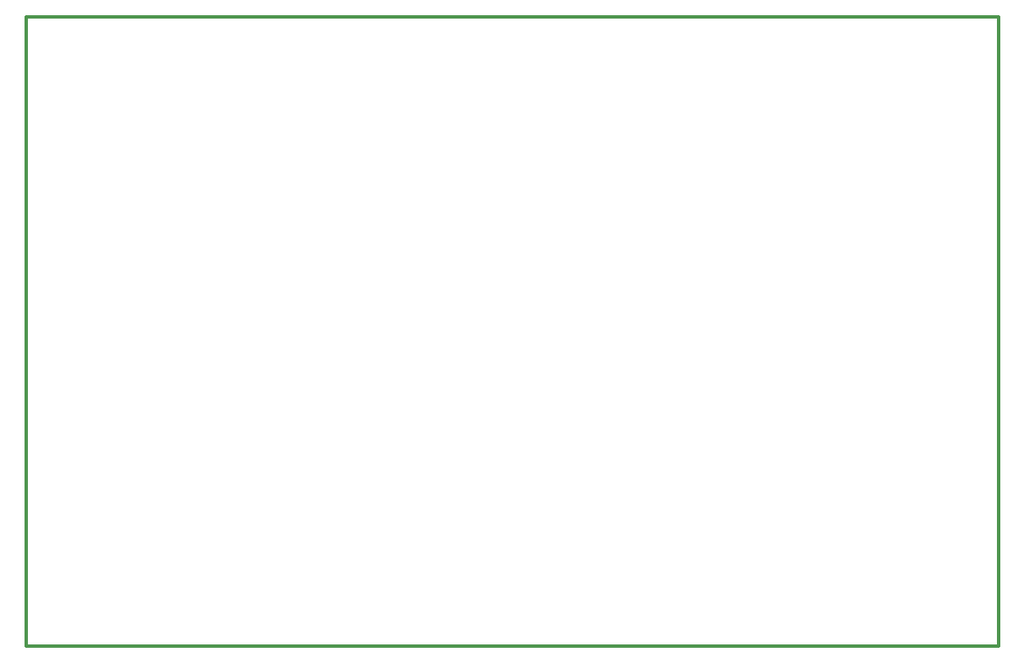
<source format=gko>
G04 Layer_Color=16711935*
%FSLAX44Y44*%
%MOMM*%
G71*
G01*
G75*
%ADD97C,0.3000*%
D97*
X521000Y775000D02*
X1495000D01*
Y1405000D01*
X521000D02*
X1495000D01*
X521000Y775000D02*
Y1405000D01*
M02*

</source>
